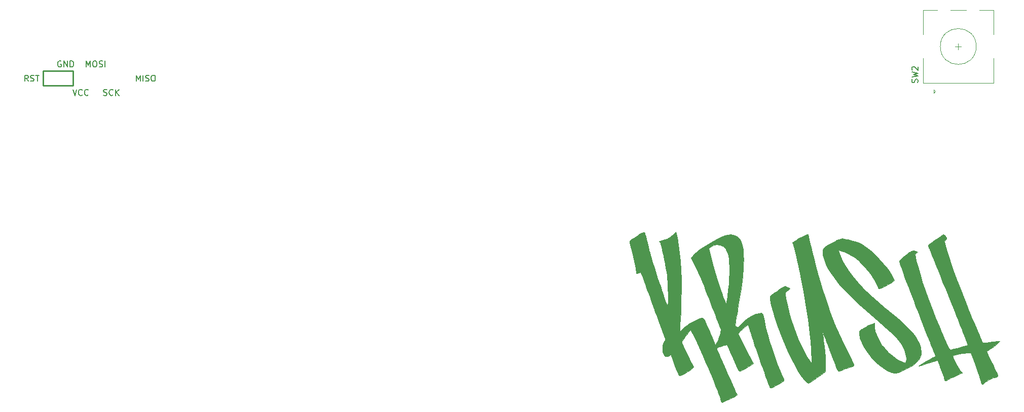
<source format=gbr>
G04 #@! TF.GenerationSoftware,KiCad,Pcbnew,(5.1.10)-1*
G04 #@! TF.CreationDate,2021-07-14T12:47:45+07:00*
G04 #@! TF.ProjectId,averange65,61766572-616e-4676-9536-352e6b696361,rev?*
G04 #@! TF.SameCoordinates,Original*
G04 #@! TF.FileFunction,Legend,Top*
G04 #@! TF.FilePolarity,Positive*
%FSLAX46Y46*%
G04 Gerber Fmt 4.6, Leading zero omitted, Abs format (unit mm)*
G04 Created by KiCad (PCBNEW (5.1.10)-1) date 2021-07-14 12:47:45*
%MOMM*%
%LPD*%
G01*
G04 APERTURE LIST*
%ADD10C,0.010000*%
%ADD11C,0.250000*%
%ADD12C,0.120000*%
%ADD13C,0.150000*%
G04 APERTURE END LIST*
D10*
G36*
X248140470Y-79877573D02*
G01*
X248362360Y-81114641D01*
X248541801Y-82421377D01*
X248679174Y-83809487D01*
X248774861Y-85290679D01*
X248829244Y-86876658D01*
X248842705Y-88579131D01*
X248815626Y-90409804D01*
X248748389Y-92380382D01*
X248641375Y-94502573D01*
X248626164Y-94763167D01*
X248571064Y-95694500D01*
X249237657Y-95059500D01*
X249527670Y-94792868D01*
X249793895Y-94576117D01*
X250076401Y-94382999D01*
X250415260Y-94187264D01*
X250850542Y-93962664D01*
X251099731Y-93839713D01*
X251554957Y-93624408D01*
X251939355Y-93457114D01*
X252229456Y-93347235D01*
X252401792Y-93304174D01*
X252430056Y-93306671D01*
X252532155Y-93392094D01*
X252665191Y-93586801D01*
X252833532Y-93899855D01*
X253041550Y-94340317D01*
X253293614Y-94917252D01*
X253594095Y-95639722D01*
X253798616Y-96144776D01*
X254003624Y-96646799D01*
X254191583Y-97091531D01*
X254352387Y-97456297D01*
X254475925Y-97718421D01*
X254552088Y-97855226D01*
X254567664Y-97869872D01*
X254636379Y-97797609D01*
X254742961Y-97597613D01*
X254873805Y-97303473D01*
X255015308Y-96948777D01*
X255153864Y-96567115D01*
X255275869Y-96192074D01*
X255343149Y-95955254D01*
X255418706Y-95651107D01*
X255447488Y-95441868D01*
X255427272Y-95259077D01*
X255355832Y-95034276D01*
X255309141Y-94908528D01*
X255240690Y-94729032D01*
X255118434Y-94411578D01*
X254950072Y-93975981D01*
X254743300Y-93442054D01*
X254505812Y-92829612D01*
X254245307Y-92158468D01*
X253969480Y-91448435D01*
X253686027Y-90719327D01*
X253402645Y-89990959D01*
X253127030Y-89283143D01*
X252866878Y-88615694D01*
X252629886Y-88008425D01*
X252473710Y-87608833D01*
X252330306Y-87258977D01*
X252130546Y-86795076D01*
X251891547Y-86255649D01*
X251630422Y-85679217D01*
X251364288Y-85104299D01*
X251301867Y-84971450D01*
X250477762Y-83223068D01*
X250783673Y-82894402D01*
X251017820Y-82656372D01*
X251274869Y-82426034D01*
X251577936Y-82186402D01*
X251950134Y-81920488D01*
X252173284Y-81771935D01*
X253432084Y-81771935D01*
X253852427Y-83399218D01*
X254201928Y-84720027D01*
X254534756Y-85908018D01*
X254861260Y-86997537D01*
X255191792Y-88022928D01*
X255536701Y-89018537D01*
X255593116Y-89175167D01*
X255812690Y-89778364D01*
X255983464Y-90238300D01*
X256112405Y-90571598D01*
X256206477Y-90794886D01*
X256272644Y-90924790D01*
X256317871Y-90977934D01*
X256346554Y-90973752D01*
X256370591Y-90881232D01*
X256411706Y-90652086D01*
X256464776Y-90317562D01*
X256524679Y-89908905D01*
X256545503Y-89760000D01*
X256687397Y-88651354D01*
X256788046Y-87662095D01*
X256850292Y-86748116D01*
X256876975Y-85865310D01*
X256870939Y-84969572D01*
X256866047Y-84784728D01*
X256835853Y-84045560D01*
X256790010Y-83447461D01*
X256723234Y-82962483D01*
X256630245Y-82562680D01*
X256505761Y-82220105D01*
X256344498Y-81906811D01*
X256311859Y-81852513D01*
X256094205Y-81573985D01*
X255830688Y-81338873D01*
X255743255Y-81282406D01*
X255302209Y-81123424D01*
X254810046Y-81094276D01*
X254316912Y-81189076D01*
X253872950Y-81401938D01*
X253719020Y-81520003D01*
X253432084Y-81771935D01*
X252173284Y-81771935D01*
X252414576Y-81611305D01*
X252994378Y-81241866D01*
X253248584Y-81082878D01*
X254123729Y-80552914D01*
X254883636Y-80128101D01*
X255542098Y-79803931D01*
X256112908Y-79575899D01*
X256609859Y-79439497D01*
X257046744Y-79390218D01*
X257437356Y-79423556D01*
X257795488Y-79535003D01*
X257874798Y-79571251D01*
X258266954Y-79822838D01*
X258588714Y-80169652D01*
X258843002Y-80621824D01*
X259032745Y-81189488D01*
X259160865Y-81882775D01*
X259230289Y-82711817D01*
X259243941Y-83686747D01*
X259229621Y-84264500D01*
X259205738Y-84830404D01*
X259174342Y-85372928D01*
X259132782Y-85913539D01*
X259078408Y-86473707D01*
X259008570Y-87074901D01*
X258920616Y-87738588D01*
X258811896Y-88486238D01*
X258679760Y-89339319D01*
X258521556Y-90319300D01*
X258365865Y-91260554D01*
X258245541Y-91983430D01*
X258134417Y-92653247D01*
X258035484Y-93251802D01*
X257951736Y-93760892D01*
X257886164Y-94162313D01*
X257841761Y-94437862D01*
X257821519Y-94569335D01*
X257820584Y-94577673D01*
X257885291Y-94690473D01*
X258029845Y-94813408D01*
X258179898Y-94886636D01*
X258208832Y-94890167D01*
X258319813Y-94831707D01*
X258508172Y-94676127D01*
X258739077Y-94453121D01*
X258816617Y-94371992D01*
X259384231Y-93836280D01*
X260011249Y-93365872D01*
X260662617Y-92981390D01*
X261303283Y-92703454D01*
X261898195Y-92552687D01*
X261912512Y-92550680D01*
X262156533Y-92529034D01*
X262297344Y-92563047D01*
X262396909Y-92671087D01*
X262415152Y-92699685D01*
X262480504Y-92861585D01*
X262562987Y-93148085D01*
X262651426Y-93516838D01*
X262725006Y-93874167D01*
X262948902Y-94912541D01*
X263243334Y-96061996D01*
X263596261Y-97285781D01*
X263995639Y-98547147D01*
X264429424Y-99809342D01*
X264885575Y-101035615D01*
X265352046Y-102189216D01*
X265733146Y-103053726D01*
X265869968Y-103354264D01*
X265948070Y-103574949D01*
X265952659Y-103744355D01*
X265868942Y-103891058D01*
X265682126Y-104043631D01*
X265377419Y-104230650D01*
X265017250Y-104436574D01*
X264520178Y-104712210D01*
X264149456Y-104898551D01*
X263891296Y-105001351D01*
X263731908Y-105026368D01*
X263670064Y-104998889D01*
X263610087Y-104883486D01*
X263502097Y-104624542D01*
X263352041Y-104239024D01*
X263165869Y-103743898D01*
X262949529Y-103156127D01*
X262708968Y-102492679D01*
X262450134Y-101770518D01*
X262178976Y-101006610D01*
X261901442Y-100217920D01*
X261623481Y-99421413D01*
X261351039Y-98634056D01*
X261090067Y-97872814D01*
X260846510Y-97154651D01*
X260626319Y-96496534D01*
X260435440Y-95915428D01*
X260279823Y-95428299D01*
X260165415Y-95052111D01*
X260103635Y-94826667D01*
X260035701Y-94608596D01*
X259967928Y-94480772D01*
X259945194Y-94466833D01*
X259858638Y-94520396D01*
X259673972Y-94666425D01*
X259417884Y-94882936D01*
X259117061Y-95147943D01*
X259101670Y-95161761D01*
X258765905Y-95470259D01*
X258544360Y-95693186D01*
X258419618Y-95851485D01*
X258374259Y-95966097D01*
X258379819Y-96029595D01*
X258429728Y-96145732D01*
X258546800Y-96393034D01*
X258721335Y-96751786D01*
X258943632Y-97202269D01*
X259203991Y-97724765D01*
X259492713Y-98299558D01*
X259640582Y-98592312D01*
X260849868Y-100982123D01*
X260407305Y-101275880D01*
X260062782Y-101494288D01*
X259688313Y-101715004D01*
X259318197Y-101919720D01*
X258986735Y-102090132D01*
X258728227Y-102207933D01*
X258576975Y-102254820D01*
X258572705Y-102254976D01*
X258452819Y-102178737D01*
X258316852Y-101968776D01*
X258263185Y-101854000D01*
X258012491Y-101272627D01*
X257753461Y-100676594D01*
X257495330Y-100086692D01*
X257247328Y-99523712D01*
X257018688Y-99008445D01*
X256818643Y-98561682D01*
X256656424Y-98204215D01*
X256541265Y-97956834D01*
X256482396Y-97840331D01*
X256478476Y-97834848D01*
X256382727Y-97836097D01*
X256168627Y-97878890D01*
X255878505Y-97951347D01*
X255554695Y-98041584D01*
X255239527Y-98137719D01*
X254975334Y-98227872D01*
X254804448Y-98300158D01*
X254788858Y-98309109D01*
X254765009Y-98336170D01*
X254759010Y-98388688D01*
X254776561Y-98480902D01*
X254823362Y-98627054D01*
X254905115Y-98841384D01*
X255027519Y-99138133D01*
X255196277Y-99531542D01*
X255417088Y-100035852D01*
X255695652Y-100665304D01*
X256037672Y-101434138D01*
X256058912Y-101481815D01*
X256328559Y-102089818D01*
X256606736Y-102721903D01*
X256875584Y-103337145D01*
X257117242Y-103894619D01*
X257313852Y-104353401D01*
X257370569Y-104487482D01*
X257553934Y-104918501D01*
X257728321Y-105320122D01*
X257876493Y-105653202D01*
X257981213Y-105878598D01*
X257998246Y-105912872D01*
X258157460Y-106225244D01*
X257907795Y-106403021D01*
X257727729Y-106510498D01*
X257436155Y-106662037D01*
X257077350Y-106835326D01*
X256786857Y-106967879D01*
X256323002Y-107174321D01*
X255991425Y-107318886D01*
X255768686Y-107406230D01*
X255631348Y-107441008D01*
X255555972Y-107427875D01*
X255519121Y-107371485D01*
X255497355Y-107276495D01*
X255487037Y-107226039D01*
X255403496Y-106917993D01*
X255263697Y-106492069D01*
X255073987Y-105962947D01*
X254840713Y-105345307D01*
X254570220Y-104653828D01*
X254268855Y-103903191D01*
X253942964Y-103108075D01*
X253598895Y-102283160D01*
X253242994Y-101443126D01*
X252881607Y-100602652D01*
X252521080Y-99776419D01*
X252167761Y-98979107D01*
X251827995Y-98225394D01*
X251508130Y-97529962D01*
X251214511Y-96907490D01*
X250953486Y-96372658D01*
X250731400Y-95940145D01*
X250554600Y-95624632D01*
X250429433Y-95440798D01*
X250373524Y-95398167D01*
X250291930Y-95463054D01*
X250137761Y-95637313D01*
X249933735Y-95890341D01*
X249702568Y-96191533D01*
X249466977Y-96510286D01*
X249249681Y-96815997D01*
X249073396Y-97078061D01*
X248960839Y-97265875D01*
X248931892Y-97340278D01*
X248966987Y-97473755D01*
X249065617Y-97730888D01*
X249215764Y-98086242D01*
X249405409Y-98514384D01*
X249622536Y-98989877D01*
X249855125Y-99487288D01*
X250091159Y-99981182D01*
X250318620Y-100446124D01*
X250525488Y-100856680D01*
X250699748Y-101187415D01*
X250829379Y-101412894D01*
X250900530Y-101506623D01*
X250886057Y-101579011D01*
X250749043Y-101713968D01*
X250516460Y-101894566D01*
X250215281Y-102103883D01*
X249872480Y-102324992D01*
X249515030Y-102540969D01*
X249169904Y-102734889D01*
X248864075Y-102889826D01*
X248624516Y-102988857D01*
X248494322Y-103016457D01*
X248425555Y-102936938D01*
X248311172Y-102707491D01*
X248156149Y-102339786D01*
X247965459Y-101845493D01*
X247787584Y-101358412D01*
X247606692Y-100856097D01*
X247442236Y-100405490D01*
X247303638Y-100031929D01*
X247200324Y-99760750D01*
X247141720Y-99617291D01*
X247134997Y-99604085D01*
X247043424Y-99560615D01*
X246867522Y-99629429D01*
X246825601Y-99653463D01*
X246502383Y-99781423D01*
X246219015Y-99772521D01*
X246029064Y-99652667D01*
X245865287Y-99366890D01*
X245762494Y-98972063D01*
X245721694Y-98517491D01*
X245743893Y-98052480D01*
X245830099Y-97626334D01*
X245980789Y-97289158D01*
X246109248Y-97083972D01*
X246154334Y-96938495D01*
X246123723Y-96774928D01*
X246050684Y-96580788D01*
X245993785Y-96429580D01*
X245885409Y-96135461D01*
X245731514Y-95714816D01*
X245538061Y-95184028D01*
X245311010Y-94559481D01*
X245056321Y-93857558D01*
X244779955Y-93094643D01*
X244487872Y-92287119D01*
X244367467Y-91953889D01*
X243903866Y-90672109D01*
X243495351Y-89546220D01*
X243140535Y-88572471D01*
X242838030Y-87747117D01*
X242586445Y-87066408D01*
X242384394Y-86526596D01*
X242230487Y-86123934D01*
X242123336Y-85854672D01*
X242061552Y-85715064D01*
X242048220Y-85693580D01*
X241956549Y-85701501D01*
X241768989Y-85762899D01*
X241695432Y-85792348D01*
X241493244Y-85869490D01*
X241372196Y-85901708D01*
X241359275Y-85899293D01*
X241342064Y-85809505D01*
X241310259Y-85589546D01*
X241269172Y-85277401D01*
X241243151Y-85068833D01*
X241155491Y-84499981D01*
X241022515Y-83824157D01*
X240856385Y-83093664D01*
X240669265Y-82360811D01*
X240473317Y-81677901D01*
X240401861Y-81450968D01*
X240293739Y-81102630D01*
X240235406Y-80831913D01*
X240241463Y-80613678D01*
X240326509Y-80422786D01*
X240505144Y-80234098D01*
X240791969Y-80022474D01*
X241201583Y-79762776D01*
X241481346Y-79592257D01*
X241948117Y-79314492D01*
X242288712Y-79125792D01*
X242516691Y-79019577D01*
X242645612Y-78989268D01*
X242683699Y-79008807D01*
X242722474Y-79121091D01*
X242795268Y-79371180D01*
X242894834Y-79732651D01*
X243013926Y-80179081D01*
X243145296Y-80684046D01*
X243175640Y-80802383D01*
X243338647Y-81437655D01*
X243477841Y-81972841D01*
X243602802Y-82441373D01*
X243723110Y-82876683D01*
X243848345Y-83312203D01*
X243988087Y-83781365D01*
X244151918Y-84317602D01*
X244349417Y-84954344D01*
X244543807Y-85576833D01*
X244717418Y-86122914D01*
X244915180Y-86729736D01*
X245129655Y-87375869D01*
X245353407Y-88039881D01*
X245578998Y-88700340D01*
X245798992Y-89335815D01*
X246005951Y-89924875D01*
X246192438Y-90446087D01*
X246351017Y-90878022D01*
X246474250Y-91199246D01*
X246554700Y-91388329D01*
X246571065Y-91418833D01*
X246594850Y-91378517D01*
X246612057Y-91176398D01*
X246622533Y-90819888D01*
X246626121Y-90316395D01*
X246622667Y-89673330D01*
X246617063Y-89217500D01*
X246603943Y-88510277D01*
X246584190Y-87884528D01*
X246554330Y-87313053D01*
X246510889Y-86768652D01*
X246450395Y-86224124D01*
X246369374Y-85652271D01*
X246264352Y-85025891D01*
X246131857Y-84317784D01*
X245968414Y-83500750D01*
X245770551Y-82547590D01*
X245757260Y-82484293D01*
X245637143Y-81913984D01*
X245545314Y-81486239D01*
X245475333Y-81177884D01*
X245420756Y-80965751D01*
X245375143Y-80826666D01*
X245332052Y-80737461D01*
X245285040Y-80674964D01*
X245241777Y-80630122D01*
X245166768Y-80529344D01*
X245234666Y-80477388D01*
X245268490Y-80467393D01*
X245782526Y-80323537D01*
X246167289Y-80207468D01*
X246457092Y-80103216D01*
X246686245Y-79994809D01*
X246889059Y-79866279D01*
X247099845Y-79701656D01*
X247322523Y-79511347D01*
X247955821Y-78961980D01*
X248140470Y-79877573D01*
G37*
X248140470Y-79877573D02*
X248362360Y-81114641D01*
X248541801Y-82421377D01*
X248679174Y-83809487D01*
X248774861Y-85290679D01*
X248829244Y-86876658D01*
X248842705Y-88579131D01*
X248815626Y-90409804D01*
X248748389Y-92380382D01*
X248641375Y-94502573D01*
X248626164Y-94763167D01*
X248571064Y-95694500D01*
X249237657Y-95059500D01*
X249527670Y-94792868D01*
X249793895Y-94576117D01*
X250076401Y-94382999D01*
X250415260Y-94187264D01*
X250850542Y-93962664D01*
X251099731Y-93839713D01*
X251554957Y-93624408D01*
X251939355Y-93457114D01*
X252229456Y-93347235D01*
X252401792Y-93304174D01*
X252430056Y-93306671D01*
X252532155Y-93392094D01*
X252665191Y-93586801D01*
X252833532Y-93899855D01*
X253041550Y-94340317D01*
X253293614Y-94917252D01*
X253594095Y-95639722D01*
X253798616Y-96144776D01*
X254003624Y-96646799D01*
X254191583Y-97091531D01*
X254352387Y-97456297D01*
X254475925Y-97718421D01*
X254552088Y-97855226D01*
X254567664Y-97869872D01*
X254636379Y-97797609D01*
X254742961Y-97597613D01*
X254873805Y-97303473D01*
X255015308Y-96948777D01*
X255153864Y-96567115D01*
X255275869Y-96192074D01*
X255343149Y-95955254D01*
X255418706Y-95651107D01*
X255447488Y-95441868D01*
X255427272Y-95259077D01*
X255355832Y-95034276D01*
X255309141Y-94908528D01*
X255240690Y-94729032D01*
X255118434Y-94411578D01*
X254950072Y-93975981D01*
X254743300Y-93442054D01*
X254505812Y-92829612D01*
X254245307Y-92158468D01*
X253969480Y-91448435D01*
X253686027Y-90719327D01*
X253402645Y-89990959D01*
X253127030Y-89283143D01*
X252866878Y-88615694D01*
X252629886Y-88008425D01*
X252473710Y-87608833D01*
X252330306Y-87258977D01*
X252130546Y-86795076D01*
X251891547Y-86255649D01*
X251630422Y-85679217D01*
X251364288Y-85104299D01*
X251301867Y-84971450D01*
X250477762Y-83223068D01*
X250783673Y-82894402D01*
X251017820Y-82656372D01*
X251274869Y-82426034D01*
X251577936Y-82186402D01*
X251950134Y-81920488D01*
X252173284Y-81771935D01*
X253432084Y-81771935D01*
X253852427Y-83399218D01*
X254201928Y-84720027D01*
X254534756Y-85908018D01*
X254861260Y-86997537D01*
X255191792Y-88022928D01*
X255536701Y-89018537D01*
X255593116Y-89175167D01*
X255812690Y-89778364D01*
X255983464Y-90238300D01*
X256112405Y-90571598D01*
X256206477Y-90794886D01*
X256272644Y-90924790D01*
X256317871Y-90977934D01*
X256346554Y-90973752D01*
X256370591Y-90881232D01*
X256411706Y-90652086D01*
X256464776Y-90317562D01*
X256524679Y-89908905D01*
X256545503Y-89760000D01*
X256687397Y-88651354D01*
X256788046Y-87662095D01*
X256850292Y-86748116D01*
X256876975Y-85865310D01*
X256870939Y-84969572D01*
X256866047Y-84784728D01*
X256835853Y-84045560D01*
X256790010Y-83447461D01*
X256723234Y-82962483D01*
X256630245Y-82562680D01*
X256505761Y-82220105D01*
X256344498Y-81906811D01*
X256311859Y-81852513D01*
X256094205Y-81573985D01*
X255830688Y-81338873D01*
X255743255Y-81282406D01*
X255302209Y-81123424D01*
X254810046Y-81094276D01*
X254316912Y-81189076D01*
X253872950Y-81401938D01*
X253719020Y-81520003D01*
X253432084Y-81771935D01*
X252173284Y-81771935D01*
X252414576Y-81611305D01*
X252994378Y-81241866D01*
X253248584Y-81082878D01*
X254123729Y-80552914D01*
X254883636Y-80128101D01*
X255542098Y-79803931D01*
X256112908Y-79575899D01*
X256609859Y-79439497D01*
X257046744Y-79390218D01*
X257437356Y-79423556D01*
X257795488Y-79535003D01*
X257874798Y-79571251D01*
X258266954Y-79822838D01*
X258588714Y-80169652D01*
X258843002Y-80621824D01*
X259032745Y-81189488D01*
X259160865Y-81882775D01*
X259230289Y-82711817D01*
X259243941Y-83686747D01*
X259229621Y-84264500D01*
X259205738Y-84830404D01*
X259174342Y-85372928D01*
X259132782Y-85913539D01*
X259078408Y-86473707D01*
X259008570Y-87074901D01*
X258920616Y-87738588D01*
X258811896Y-88486238D01*
X258679760Y-89339319D01*
X258521556Y-90319300D01*
X258365865Y-91260554D01*
X258245541Y-91983430D01*
X258134417Y-92653247D01*
X258035484Y-93251802D01*
X257951736Y-93760892D01*
X257886164Y-94162313D01*
X257841761Y-94437862D01*
X257821519Y-94569335D01*
X257820584Y-94577673D01*
X257885291Y-94690473D01*
X258029845Y-94813408D01*
X258179898Y-94886636D01*
X258208832Y-94890167D01*
X258319813Y-94831707D01*
X258508172Y-94676127D01*
X258739077Y-94453121D01*
X258816617Y-94371992D01*
X259384231Y-93836280D01*
X260011249Y-93365872D01*
X260662617Y-92981390D01*
X261303283Y-92703454D01*
X261898195Y-92552687D01*
X261912512Y-92550680D01*
X262156533Y-92529034D01*
X262297344Y-92563047D01*
X262396909Y-92671087D01*
X262415152Y-92699685D01*
X262480504Y-92861585D01*
X262562987Y-93148085D01*
X262651426Y-93516838D01*
X262725006Y-93874167D01*
X262948902Y-94912541D01*
X263243334Y-96061996D01*
X263596261Y-97285781D01*
X263995639Y-98547147D01*
X264429424Y-99809342D01*
X264885575Y-101035615D01*
X265352046Y-102189216D01*
X265733146Y-103053726D01*
X265869968Y-103354264D01*
X265948070Y-103574949D01*
X265952659Y-103744355D01*
X265868942Y-103891058D01*
X265682126Y-104043631D01*
X265377419Y-104230650D01*
X265017250Y-104436574D01*
X264520178Y-104712210D01*
X264149456Y-104898551D01*
X263891296Y-105001351D01*
X263731908Y-105026368D01*
X263670064Y-104998889D01*
X263610087Y-104883486D01*
X263502097Y-104624542D01*
X263352041Y-104239024D01*
X263165869Y-103743898D01*
X262949529Y-103156127D01*
X262708968Y-102492679D01*
X262450134Y-101770518D01*
X262178976Y-101006610D01*
X261901442Y-100217920D01*
X261623481Y-99421413D01*
X261351039Y-98634056D01*
X261090067Y-97872814D01*
X260846510Y-97154651D01*
X260626319Y-96496534D01*
X260435440Y-95915428D01*
X260279823Y-95428299D01*
X260165415Y-95052111D01*
X260103635Y-94826667D01*
X260035701Y-94608596D01*
X259967928Y-94480772D01*
X259945194Y-94466833D01*
X259858638Y-94520396D01*
X259673972Y-94666425D01*
X259417884Y-94882936D01*
X259117061Y-95147943D01*
X259101670Y-95161761D01*
X258765905Y-95470259D01*
X258544360Y-95693186D01*
X258419618Y-95851485D01*
X258374259Y-95966097D01*
X258379819Y-96029595D01*
X258429728Y-96145732D01*
X258546800Y-96393034D01*
X258721335Y-96751786D01*
X258943632Y-97202269D01*
X259203991Y-97724765D01*
X259492713Y-98299558D01*
X259640582Y-98592312D01*
X260849868Y-100982123D01*
X260407305Y-101275880D01*
X260062782Y-101494288D01*
X259688313Y-101715004D01*
X259318197Y-101919720D01*
X258986735Y-102090132D01*
X258728227Y-102207933D01*
X258576975Y-102254820D01*
X258572705Y-102254976D01*
X258452819Y-102178737D01*
X258316852Y-101968776D01*
X258263185Y-101854000D01*
X258012491Y-101272627D01*
X257753461Y-100676594D01*
X257495330Y-100086692D01*
X257247328Y-99523712D01*
X257018688Y-99008445D01*
X256818643Y-98561682D01*
X256656424Y-98204215D01*
X256541265Y-97956834D01*
X256482396Y-97840331D01*
X256478476Y-97834848D01*
X256382727Y-97836097D01*
X256168627Y-97878890D01*
X255878505Y-97951347D01*
X255554695Y-98041584D01*
X255239527Y-98137719D01*
X254975334Y-98227872D01*
X254804448Y-98300158D01*
X254788858Y-98309109D01*
X254765009Y-98336170D01*
X254759010Y-98388688D01*
X254776561Y-98480902D01*
X254823362Y-98627054D01*
X254905115Y-98841384D01*
X255027519Y-99138133D01*
X255196277Y-99531542D01*
X255417088Y-100035852D01*
X255695652Y-100665304D01*
X256037672Y-101434138D01*
X256058912Y-101481815D01*
X256328559Y-102089818D01*
X256606736Y-102721903D01*
X256875584Y-103337145D01*
X257117242Y-103894619D01*
X257313852Y-104353401D01*
X257370569Y-104487482D01*
X257553934Y-104918501D01*
X257728321Y-105320122D01*
X257876493Y-105653202D01*
X257981213Y-105878598D01*
X257998246Y-105912872D01*
X258157460Y-106225244D01*
X257907795Y-106403021D01*
X257727729Y-106510498D01*
X257436155Y-106662037D01*
X257077350Y-106835326D01*
X256786857Y-106967879D01*
X256323002Y-107174321D01*
X255991425Y-107318886D01*
X255768686Y-107406230D01*
X255631348Y-107441008D01*
X255555972Y-107427875D01*
X255519121Y-107371485D01*
X255497355Y-107276495D01*
X255487037Y-107226039D01*
X255403496Y-106917993D01*
X255263697Y-106492069D01*
X255073987Y-105962947D01*
X254840713Y-105345307D01*
X254570220Y-104653828D01*
X254268855Y-103903191D01*
X253942964Y-103108075D01*
X253598895Y-102283160D01*
X253242994Y-101443126D01*
X252881607Y-100602652D01*
X252521080Y-99776419D01*
X252167761Y-98979107D01*
X251827995Y-98225394D01*
X251508130Y-97529962D01*
X251214511Y-96907490D01*
X250953486Y-96372658D01*
X250731400Y-95940145D01*
X250554600Y-95624632D01*
X250429433Y-95440798D01*
X250373524Y-95398167D01*
X250291930Y-95463054D01*
X250137761Y-95637313D01*
X249933735Y-95890341D01*
X249702568Y-96191533D01*
X249466977Y-96510286D01*
X249249681Y-96815997D01*
X249073396Y-97078061D01*
X248960839Y-97265875D01*
X248931892Y-97340278D01*
X248966987Y-97473755D01*
X249065617Y-97730888D01*
X249215764Y-98086242D01*
X249405409Y-98514384D01*
X249622536Y-98989877D01*
X249855125Y-99487288D01*
X250091159Y-99981182D01*
X250318620Y-100446124D01*
X250525488Y-100856680D01*
X250699748Y-101187415D01*
X250829379Y-101412894D01*
X250900530Y-101506623D01*
X250886057Y-101579011D01*
X250749043Y-101713968D01*
X250516460Y-101894566D01*
X250215281Y-102103883D01*
X249872480Y-102324992D01*
X249515030Y-102540969D01*
X249169904Y-102734889D01*
X248864075Y-102889826D01*
X248624516Y-102988857D01*
X248494322Y-103016457D01*
X248425555Y-102936938D01*
X248311172Y-102707491D01*
X248156149Y-102339786D01*
X247965459Y-101845493D01*
X247787584Y-101358412D01*
X247606692Y-100856097D01*
X247442236Y-100405490D01*
X247303638Y-100031929D01*
X247200324Y-99760750D01*
X247141720Y-99617291D01*
X247134997Y-99604085D01*
X247043424Y-99560615D01*
X246867522Y-99629429D01*
X246825601Y-99653463D01*
X246502383Y-99781423D01*
X246219015Y-99772521D01*
X246029064Y-99652667D01*
X245865287Y-99366890D01*
X245762494Y-98972063D01*
X245721694Y-98517491D01*
X245743893Y-98052480D01*
X245830099Y-97626334D01*
X245980789Y-97289158D01*
X246109248Y-97083972D01*
X246154334Y-96938495D01*
X246123723Y-96774928D01*
X246050684Y-96580788D01*
X245993785Y-96429580D01*
X245885409Y-96135461D01*
X245731514Y-95714816D01*
X245538061Y-95184028D01*
X245311010Y-94559481D01*
X245056321Y-93857558D01*
X244779955Y-93094643D01*
X244487872Y-92287119D01*
X244367467Y-91953889D01*
X243903866Y-90672109D01*
X243495351Y-89546220D01*
X243140535Y-88572471D01*
X242838030Y-87747117D01*
X242586445Y-87066408D01*
X242384394Y-86526596D01*
X242230487Y-86123934D01*
X242123336Y-85854672D01*
X242061552Y-85715064D01*
X242048220Y-85693580D01*
X241956549Y-85701501D01*
X241768989Y-85762899D01*
X241695432Y-85792348D01*
X241493244Y-85869490D01*
X241372196Y-85901708D01*
X241359275Y-85899293D01*
X241342064Y-85809505D01*
X241310259Y-85589546D01*
X241269172Y-85277401D01*
X241243151Y-85068833D01*
X241155491Y-84499981D01*
X241022515Y-83824157D01*
X240856385Y-83093664D01*
X240669265Y-82360811D01*
X240473317Y-81677901D01*
X240401861Y-81450968D01*
X240293739Y-81102630D01*
X240235406Y-80831913D01*
X240241463Y-80613678D01*
X240326509Y-80422786D01*
X240505144Y-80234098D01*
X240791969Y-80022474D01*
X241201583Y-79762776D01*
X241481346Y-79592257D01*
X241948117Y-79314492D01*
X242288712Y-79125792D01*
X242516691Y-79019577D01*
X242645612Y-78989268D01*
X242683699Y-79008807D01*
X242722474Y-79121091D01*
X242795268Y-79371180D01*
X242894834Y-79732651D01*
X243013926Y-80179081D01*
X243145296Y-80684046D01*
X243175640Y-80802383D01*
X243338647Y-81437655D01*
X243477841Y-81972841D01*
X243602802Y-82441373D01*
X243723110Y-82876683D01*
X243848345Y-83312203D01*
X243988087Y-83781365D01*
X244151918Y-84317602D01*
X244349417Y-84954344D01*
X244543807Y-85576833D01*
X244717418Y-86122914D01*
X244915180Y-86729736D01*
X245129655Y-87375869D01*
X245353407Y-88039881D01*
X245578998Y-88700340D01*
X245798992Y-89335815D01*
X246005951Y-89924875D01*
X246192438Y-90446087D01*
X246351017Y-90878022D01*
X246474250Y-91199246D01*
X246554700Y-91388329D01*
X246571065Y-91418833D01*
X246594850Y-91378517D01*
X246612057Y-91176398D01*
X246622533Y-90819888D01*
X246626121Y-90316395D01*
X246622667Y-89673330D01*
X246617063Y-89217500D01*
X246603943Y-88510277D01*
X246584190Y-87884528D01*
X246554330Y-87313053D01*
X246510889Y-86768652D01*
X246450395Y-86224124D01*
X246369374Y-85652271D01*
X246264352Y-85025891D01*
X246131857Y-84317784D01*
X245968414Y-83500750D01*
X245770551Y-82547590D01*
X245757260Y-82484293D01*
X245637143Y-81913984D01*
X245545314Y-81486239D01*
X245475333Y-81177884D01*
X245420756Y-80965751D01*
X245375143Y-80826666D01*
X245332052Y-80737461D01*
X245285040Y-80674964D01*
X245241777Y-80630122D01*
X245166768Y-80529344D01*
X245234666Y-80477388D01*
X245268490Y-80467393D01*
X245782526Y-80323537D01*
X246167289Y-80207468D01*
X246457092Y-80103216D01*
X246686245Y-79994809D01*
X246889059Y-79866279D01*
X247099845Y-79701656D01*
X247322523Y-79511347D01*
X247955821Y-78961980D01*
X248140470Y-79877573D01*
G36*
X292847063Y-79580400D02*
G01*
X293072221Y-79817252D01*
X293162376Y-80000795D01*
X293125263Y-80168816D01*
X292999923Y-80327146D01*
X292773418Y-80563565D01*
X292990609Y-81355699D01*
X293236777Y-82200124D01*
X293550498Y-83186524D01*
X293927657Y-84303457D01*
X294364140Y-85539478D01*
X294855830Y-86883145D01*
X295398613Y-88323014D01*
X295988374Y-89847642D01*
X296602833Y-91400188D01*
X296812887Y-91921054D01*
X297050836Y-92503809D01*
X297308522Y-93129134D01*
X297577783Y-93777708D01*
X297850462Y-94430212D01*
X298118398Y-95067328D01*
X298373431Y-95669735D01*
X298607403Y-96218114D01*
X298812153Y-96693145D01*
X298979521Y-97075510D01*
X299101349Y-97345889D01*
X299169477Y-97484961D01*
X299178416Y-97498391D01*
X299267048Y-97498662D01*
X299492172Y-97481306D01*
X299822195Y-97449212D01*
X300225524Y-97405267D01*
X300335030Y-97392660D01*
X300782654Y-97343399D01*
X301195040Y-97303127D01*
X301529858Y-97275637D01*
X301744780Y-97264723D01*
X301762584Y-97264730D01*
X302058917Y-97268421D01*
X301635584Y-97648925D01*
X301409245Y-97837723D01*
X301111132Y-98066530D01*
X300778119Y-98309368D01*
X300447080Y-98540259D01*
X300154890Y-98733228D01*
X299938422Y-98862297D01*
X299863926Y-98897015D01*
X299874361Y-98978554D01*
X299952752Y-99191927D01*
X300090683Y-99517833D01*
X300279735Y-99936974D01*
X300511493Y-100430051D01*
X300723389Y-100867629D01*
X300983584Y-101402693D01*
X301218431Y-101893833D01*
X301417564Y-102318702D01*
X301570617Y-102654954D01*
X301667223Y-102880243D01*
X301697055Y-102966554D01*
X301681926Y-103051737D01*
X301591610Y-103131547D01*
X301399086Y-103220923D01*
X301077329Y-103334804D01*
X300963309Y-103372171D01*
X300485477Y-103547574D01*
X300104923Y-103741649D01*
X299750613Y-103991628D01*
X299693666Y-104037617D01*
X299402614Y-104270239D01*
X299213514Y-104402069D01*
X299101610Y-104444652D01*
X299042147Y-104409531D01*
X299020195Y-104351667D01*
X298921088Y-104009311D01*
X298768764Y-103531103D01*
X298570744Y-102939257D01*
X298334549Y-102255987D01*
X298067699Y-101503507D01*
X297880775Y-100986167D01*
X297218362Y-99165833D01*
X296759973Y-99175816D01*
X296499043Y-99195266D01*
X296142836Y-99240164D01*
X295730737Y-99303406D01*
X295302132Y-99377889D01*
X294896407Y-99456509D01*
X294552949Y-99532162D01*
X294311143Y-99597746D01*
X294224738Y-99633052D01*
X294190586Y-99689462D01*
X294203888Y-99804512D01*
X294272461Y-99999416D01*
X294404125Y-100295386D01*
X294606700Y-100713635D01*
X294670168Y-100841452D01*
X294890700Y-101267694D01*
X295109402Y-101661678D01*
X295305201Y-101987333D01*
X295457023Y-102208589D01*
X295495803Y-102254617D01*
X295646421Y-102425435D01*
X295727696Y-102536681D01*
X295732574Y-102556316D01*
X295648969Y-102595401D01*
X295442617Y-102682367D01*
X295148219Y-102802769D01*
X294922633Y-102893496D01*
X294547750Y-103051733D01*
X294199145Y-103213581D01*
X293929688Y-103353880D01*
X293840796Y-103408334D01*
X293427090Y-103667605D01*
X293123209Y-103806575D01*
X292921085Y-103826494D01*
X292812649Y-103728610D01*
X292787917Y-103571434D01*
X292758018Y-103440300D01*
X292676360Y-103184164D01*
X292555004Y-102834876D01*
X292406008Y-102424280D01*
X292241433Y-101984224D01*
X292073337Y-101546555D01*
X291913780Y-101143119D01*
X291774821Y-100805764D01*
X291668521Y-100566335D01*
X291609469Y-100459383D01*
X291516573Y-100466303D01*
X291289804Y-100522186D01*
X290954933Y-100619531D01*
X290537729Y-100750834D01*
X290063963Y-100908597D01*
X290050701Y-100913128D01*
X289576423Y-101072408D01*
X289158933Y-101207140D01*
X288823805Y-101309519D01*
X288596616Y-101371738D01*
X288502940Y-101385993D01*
X288502485Y-101385624D01*
X288557599Y-101331750D01*
X288737020Y-101209511D01*
X289017495Y-101033606D01*
X289375771Y-100818735D01*
X289671518Y-100646617D01*
X290197269Y-100344136D01*
X290593897Y-100114249D01*
X290878888Y-99944812D01*
X291069727Y-99823685D01*
X291183898Y-99738726D01*
X291238888Y-99677795D01*
X291252182Y-99628750D01*
X291241265Y-99579450D01*
X291235251Y-99560810D01*
X291193653Y-99450197D01*
X291096571Y-99202437D01*
X290951915Y-98837401D01*
X290767599Y-98374962D01*
X290551533Y-97834989D01*
X290311631Y-97237355D01*
X290167783Y-96879833D01*
X289862229Y-96116542D01*
X289527436Y-95272478D01*
X289182314Y-94395835D01*
X288845775Y-93534805D01*
X288536729Y-92737583D01*
X288290752Y-92096167D01*
X288011296Y-91363738D01*
X287698065Y-90545453D01*
X287371836Y-89695418D01*
X287053389Y-88867739D01*
X286763500Y-88116522D01*
X286632532Y-87778167D01*
X286236658Y-86746561D01*
X285908632Y-85869464D01*
X285648263Y-85146319D01*
X285455360Y-84576572D01*
X285329734Y-84159668D01*
X285271192Y-83895051D01*
X285268535Y-83807036D01*
X285343101Y-83698525D01*
X285524924Y-83515054D01*
X285784184Y-83281074D01*
X286091059Y-83021041D01*
X286415729Y-82759408D01*
X286728373Y-82520627D01*
X286999169Y-82329154D01*
X287198296Y-82209441D01*
X287238606Y-82191552D01*
X287663781Y-82109830D01*
X288067453Y-82196011D01*
X288086896Y-82204651D01*
X288304510Y-82303803D01*
X288078195Y-82540025D01*
X287851879Y-82776247D01*
X288087246Y-83774373D01*
X288357999Y-84828437D01*
X288702369Y-86012725D01*
X289113684Y-87308371D01*
X289585274Y-88696511D01*
X290110467Y-90158279D01*
X290682593Y-91674809D01*
X291294981Y-93227236D01*
X291940959Y-94796694D01*
X292206255Y-95422667D01*
X292552148Y-96230100D01*
X292839315Y-96894723D01*
X293074477Y-97429901D01*
X293264357Y-97848998D01*
X293415676Y-98165379D01*
X293535158Y-98392407D01*
X293629523Y-98543448D01*
X293705494Y-98631865D01*
X293769792Y-98671023D01*
X293829141Y-98674286D01*
X293840573Y-98671912D01*
X294077449Y-98613314D01*
X294408952Y-98529113D01*
X294803541Y-98427565D01*
X295229674Y-98316928D01*
X295655811Y-98205457D01*
X296050411Y-98101411D01*
X296381931Y-98013044D01*
X296618833Y-97948616D01*
X296729574Y-97916381D01*
X296733808Y-97914523D01*
X296711034Y-97833704D01*
X296635682Y-97627486D01*
X296519550Y-97327088D01*
X296374750Y-96964500D01*
X296263422Y-96687843D01*
X296098315Y-96275184D01*
X295887966Y-95747973D01*
X295640915Y-95127656D01*
X295365699Y-94435682D01*
X295070856Y-93693499D01*
X294764925Y-92922556D01*
X294571561Y-92434833D01*
X294207600Y-91519940D01*
X293801392Y-90504847D01*
X293370339Y-89432658D01*
X292931843Y-88346480D01*
X292503304Y-87289418D01*
X292102124Y-86304579D01*
X291751782Y-85449833D01*
X291451609Y-84718381D01*
X291166748Y-84020347D01*
X290904768Y-83374569D01*
X290673244Y-82799882D01*
X290479745Y-82315120D01*
X290331844Y-81939120D01*
X290237114Y-81690716D01*
X290210984Y-81617023D01*
X290063883Y-81170880D01*
X290261733Y-81001083D01*
X290400569Y-80895357D01*
X290650570Y-80717765D01*
X290981368Y-80489404D01*
X291362592Y-80231371D01*
X291548122Y-80107460D01*
X292636661Y-79383633D01*
X292847063Y-79580400D01*
G37*
X292847063Y-79580400D02*
X293072221Y-79817252D01*
X293162376Y-80000795D01*
X293125263Y-80168816D01*
X292999923Y-80327146D01*
X292773418Y-80563565D01*
X292990609Y-81355699D01*
X293236777Y-82200124D01*
X293550498Y-83186524D01*
X293927657Y-84303457D01*
X294364140Y-85539478D01*
X294855830Y-86883145D01*
X295398613Y-88323014D01*
X295988374Y-89847642D01*
X296602833Y-91400188D01*
X296812887Y-91921054D01*
X297050836Y-92503809D01*
X297308522Y-93129134D01*
X297577783Y-93777708D01*
X297850462Y-94430212D01*
X298118398Y-95067328D01*
X298373431Y-95669735D01*
X298607403Y-96218114D01*
X298812153Y-96693145D01*
X298979521Y-97075510D01*
X299101349Y-97345889D01*
X299169477Y-97484961D01*
X299178416Y-97498391D01*
X299267048Y-97498662D01*
X299492172Y-97481306D01*
X299822195Y-97449212D01*
X300225524Y-97405267D01*
X300335030Y-97392660D01*
X300782654Y-97343399D01*
X301195040Y-97303127D01*
X301529858Y-97275637D01*
X301744780Y-97264723D01*
X301762584Y-97264730D01*
X302058917Y-97268421D01*
X301635584Y-97648925D01*
X301409245Y-97837723D01*
X301111132Y-98066530D01*
X300778119Y-98309368D01*
X300447080Y-98540259D01*
X300154890Y-98733228D01*
X299938422Y-98862297D01*
X299863926Y-98897015D01*
X299874361Y-98978554D01*
X299952752Y-99191927D01*
X300090683Y-99517833D01*
X300279735Y-99936974D01*
X300511493Y-100430051D01*
X300723389Y-100867629D01*
X300983584Y-101402693D01*
X301218431Y-101893833D01*
X301417564Y-102318702D01*
X301570617Y-102654954D01*
X301667223Y-102880243D01*
X301697055Y-102966554D01*
X301681926Y-103051737D01*
X301591610Y-103131547D01*
X301399086Y-103220923D01*
X301077329Y-103334804D01*
X300963309Y-103372171D01*
X300485477Y-103547574D01*
X300104923Y-103741649D01*
X299750613Y-103991628D01*
X299693666Y-104037617D01*
X299402614Y-104270239D01*
X299213514Y-104402069D01*
X299101610Y-104444652D01*
X299042147Y-104409531D01*
X299020195Y-104351667D01*
X298921088Y-104009311D01*
X298768764Y-103531103D01*
X298570744Y-102939257D01*
X298334549Y-102255987D01*
X298067699Y-101503507D01*
X297880775Y-100986167D01*
X297218362Y-99165833D01*
X296759973Y-99175816D01*
X296499043Y-99195266D01*
X296142836Y-99240164D01*
X295730737Y-99303406D01*
X295302132Y-99377889D01*
X294896407Y-99456509D01*
X294552949Y-99532162D01*
X294311143Y-99597746D01*
X294224738Y-99633052D01*
X294190586Y-99689462D01*
X294203888Y-99804512D01*
X294272461Y-99999416D01*
X294404125Y-100295386D01*
X294606700Y-100713635D01*
X294670168Y-100841452D01*
X294890700Y-101267694D01*
X295109402Y-101661678D01*
X295305201Y-101987333D01*
X295457023Y-102208589D01*
X295495803Y-102254617D01*
X295646421Y-102425435D01*
X295727696Y-102536681D01*
X295732574Y-102556316D01*
X295648969Y-102595401D01*
X295442617Y-102682367D01*
X295148219Y-102802769D01*
X294922633Y-102893496D01*
X294547750Y-103051733D01*
X294199145Y-103213581D01*
X293929688Y-103353880D01*
X293840796Y-103408334D01*
X293427090Y-103667605D01*
X293123209Y-103806575D01*
X292921085Y-103826494D01*
X292812649Y-103728610D01*
X292787917Y-103571434D01*
X292758018Y-103440300D01*
X292676360Y-103184164D01*
X292555004Y-102834876D01*
X292406008Y-102424280D01*
X292241433Y-101984224D01*
X292073337Y-101546555D01*
X291913780Y-101143119D01*
X291774821Y-100805764D01*
X291668521Y-100566335D01*
X291609469Y-100459383D01*
X291516573Y-100466303D01*
X291289804Y-100522186D01*
X290954933Y-100619531D01*
X290537729Y-100750834D01*
X290063963Y-100908597D01*
X290050701Y-100913128D01*
X289576423Y-101072408D01*
X289158933Y-101207140D01*
X288823805Y-101309519D01*
X288596616Y-101371738D01*
X288502940Y-101385993D01*
X288502485Y-101385624D01*
X288557599Y-101331750D01*
X288737020Y-101209511D01*
X289017495Y-101033606D01*
X289375771Y-100818735D01*
X289671518Y-100646617D01*
X290197269Y-100344136D01*
X290593897Y-100114249D01*
X290878888Y-99944812D01*
X291069727Y-99823685D01*
X291183898Y-99738726D01*
X291238888Y-99677795D01*
X291252182Y-99628750D01*
X291241265Y-99579450D01*
X291235251Y-99560810D01*
X291193653Y-99450197D01*
X291096571Y-99202437D01*
X290951915Y-98837401D01*
X290767599Y-98374962D01*
X290551533Y-97834989D01*
X290311631Y-97237355D01*
X290167783Y-96879833D01*
X289862229Y-96116542D01*
X289527436Y-95272478D01*
X289182314Y-94395835D01*
X288845775Y-93534805D01*
X288536729Y-92737583D01*
X288290752Y-92096167D01*
X288011296Y-91363738D01*
X287698065Y-90545453D01*
X287371836Y-89695418D01*
X287053389Y-88867739D01*
X286763500Y-88116522D01*
X286632532Y-87778167D01*
X286236658Y-86746561D01*
X285908632Y-85869464D01*
X285648263Y-85146319D01*
X285455360Y-84576572D01*
X285329734Y-84159668D01*
X285271192Y-83895051D01*
X285268535Y-83807036D01*
X285343101Y-83698525D01*
X285524924Y-83515054D01*
X285784184Y-83281074D01*
X286091059Y-83021041D01*
X286415729Y-82759408D01*
X286728373Y-82520627D01*
X286999169Y-82329154D01*
X287198296Y-82209441D01*
X287238606Y-82191552D01*
X287663781Y-82109830D01*
X288067453Y-82196011D01*
X288086896Y-82204651D01*
X288304510Y-82303803D01*
X288078195Y-82540025D01*
X287851879Y-82776247D01*
X288087246Y-83774373D01*
X288357999Y-84828437D01*
X288702369Y-86012725D01*
X289113684Y-87308371D01*
X289585274Y-88696511D01*
X290110467Y-90158279D01*
X290682593Y-91674809D01*
X291294981Y-93227236D01*
X291940959Y-94796694D01*
X292206255Y-95422667D01*
X292552148Y-96230100D01*
X292839315Y-96894723D01*
X293074477Y-97429901D01*
X293264357Y-97848998D01*
X293415676Y-98165379D01*
X293535158Y-98392407D01*
X293629523Y-98543448D01*
X293705494Y-98631865D01*
X293769792Y-98671023D01*
X293829141Y-98674286D01*
X293840573Y-98671912D01*
X294077449Y-98613314D01*
X294408952Y-98529113D01*
X294803541Y-98427565D01*
X295229674Y-98316928D01*
X295655811Y-98205457D01*
X296050411Y-98101411D01*
X296381931Y-98013044D01*
X296618833Y-97948616D01*
X296729574Y-97916381D01*
X296733808Y-97914523D01*
X296711034Y-97833704D01*
X296635682Y-97627486D01*
X296519550Y-97327088D01*
X296374750Y-96964500D01*
X296263422Y-96687843D01*
X296098315Y-96275184D01*
X295887966Y-95747973D01*
X295640915Y-95127656D01*
X295365699Y-94435682D01*
X295070856Y-93693499D01*
X294764925Y-92922556D01*
X294571561Y-92434833D01*
X294207600Y-91519940D01*
X293801392Y-90504847D01*
X293370339Y-89432658D01*
X292931843Y-88346480D01*
X292503304Y-87289418D01*
X292102124Y-86304579D01*
X291751782Y-85449833D01*
X291451609Y-84718381D01*
X291166748Y-84020347D01*
X290904768Y-83374569D01*
X290673244Y-82799882D01*
X290479745Y-82315120D01*
X290331844Y-81939120D01*
X290237114Y-81690716D01*
X290210984Y-81617023D01*
X290063883Y-81170880D01*
X290261733Y-81001083D01*
X290400569Y-80895357D01*
X290650570Y-80717765D01*
X290981368Y-80489404D01*
X291362592Y-80231371D01*
X291548122Y-80107460D01*
X292636661Y-79383633D01*
X292847063Y-79580400D01*
G36*
X270010245Y-79352388D02*
G01*
X270056224Y-79452697D01*
X270105632Y-79669206D01*
X270138028Y-79881881D01*
X270191628Y-80202555D01*
X270288562Y-80665251D01*
X270423496Y-81249803D01*
X270591094Y-81936044D01*
X270786023Y-82703807D01*
X271002947Y-83532926D01*
X271236533Y-84403235D01*
X271481446Y-85294566D01*
X271732352Y-86186754D01*
X271983917Y-87059631D01*
X272230805Y-87893031D01*
X272428300Y-88540167D01*
X272868279Y-89931642D01*
X273287133Y-91192383D01*
X273698762Y-92357328D01*
X274117070Y-93461413D01*
X274555959Y-94539576D01*
X275029329Y-95626753D01*
X275551085Y-96757882D01*
X276135126Y-97967900D01*
X276364073Y-98431090D01*
X276731428Y-99176514D01*
X277045540Y-99826614D01*
X277301914Y-100371539D01*
X277496053Y-100801441D01*
X277623463Y-101106471D01*
X277679646Y-101276780D01*
X277678145Y-101309756D01*
X277578021Y-101352856D01*
X277352039Y-101440068D01*
X277033991Y-101559071D01*
X276657673Y-101697543D01*
X276256878Y-101843163D01*
X275865400Y-101983609D01*
X275517032Y-102106561D01*
X275245569Y-102199696D01*
X275162046Y-102227140D01*
X275108963Y-102235324D01*
X275055095Y-102216101D01*
X274994696Y-102156405D01*
X274922021Y-102043168D01*
X274831324Y-101863326D01*
X274716860Y-101603812D01*
X274572883Y-101251560D01*
X274393646Y-100793504D01*
X274173406Y-100216578D01*
X273906415Y-99507715D01*
X273586928Y-98653849D01*
X273565439Y-98596316D01*
X273312827Y-97922138D01*
X273078670Y-97301457D01*
X272869518Y-96751309D01*
X272691917Y-96288729D01*
X272552415Y-95930752D01*
X272457560Y-95694414D01*
X272413898Y-95596751D01*
X272411988Y-95595207D01*
X272415325Y-95682467D01*
X272438907Y-95910854D01*
X272479582Y-96253782D01*
X272534197Y-96684669D01*
X272599499Y-97176195D01*
X272712392Y-98072540D01*
X272804932Y-98939114D01*
X272875341Y-99750734D01*
X272921840Y-100482216D01*
X272942651Y-101108376D01*
X272935996Y-101604031D01*
X272924068Y-101772632D01*
X272868720Y-102347431D01*
X271863496Y-103084965D01*
X271468108Y-103370467D01*
X271083937Y-103639738D01*
X270748972Y-103866685D01*
X270501202Y-104025219D01*
X270454006Y-104053009D01*
X270218152Y-104182362D01*
X270069730Y-104233808D01*
X269949660Y-104214340D01*
X269798863Y-104130951D01*
X269798326Y-104130624D01*
X269561111Y-103955430D01*
X269318234Y-103707643D01*
X269053456Y-103366471D01*
X268750539Y-102911123D01*
X268418765Y-102364242D01*
X267479572Y-100653844D01*
X266579762Y-98780998D01*
X265720422Y-96748203D01*
X264902640Y-94557957D01*
X264472710Y-93292419D01*
X264160688Y-92302587D01*
X263924763Y-91463587D01*
X263764842Y-90775029D01*
X263680829Y-90236522D01*
X263666817Y-89979500D01*
X263674844Y-89767702D01*
X263720584Y-89626115D01*
X263837702Y-89506629D01*
X264059862Y-89361133D01*
X264128814Y-89319260D01*
X264409559Y-89139394D01*
X264764018Y-88898270D01*
X265131456Y-88637572D01*
X265269887Y-88536093D01*
X265573514Y-88321639D01*
X265839716Y-88152981D01*
X266031758Y-88052411D01*
X266097225Y-88034026D01*
X266265380Y-88068274D01*
X266491031Y-88151039D01*
X266719338Y-88256931D01*
X266895461Y-88360557D01*
X266964584Y-88435625D01*
X266901973Y-88522210D01*
X266740174Y-88669978D01*
X266576461Y-88799503D01*
X266188338Y-89090312D01*
X266243556Y-89556072D01*
X266388210Y-90480803D01*
X266611569Y-91517094D01*
X266902959Y-92632681D01*
X267251701Y-93795304D01*
X267647121Y-94972699D01*
X268078541Y-96132605D01*
X268535286Y-97242760D01*
X269006679Y-98270901D01*
X269350435Y-98944647D01*
X269575534Y-99352102D01*
X269812403Y-99760707D01*
X270044324Y-100143867D01*
X270254581Y-100474985D01*
X270426458Y-100727466D01*
X270543240Y-100874714D01*
X270580380Y-100901500D01*
X270598926Y-100821283D01*
X270606259Y-100597528D01*
X270603503Y-100255583D01*
X270591784Y-99820792D01*
X270572228Y-99318502D01*
X270545959Y-98774059D01*
X270514104Y-98212809D01*
X270477787Y-97660098D01*
X270438134Y-97141272D01*
X270396270Y-96681677D01*
X270390540Y-96625833D01*
X270218491Y-95093916D01*
X270023737Y-93594854D01*
X269800108Y-92089398D01*
X269541436Y-90538299D01*
X269241550Y-88902311D01*
X268918947Y-87263762D01*
X268637982Y-85889092D01*
X268385340Y-84679836D01*
X268161070Y-83636202D01*
X267965219Y-82758401D01*
X267797837Y-82046643D01*
X267658970Y-81501139D01*
X267548667Y-81122098D01*
X267466977Y-80909732D01*
X267465157Y-80906289D01*
X267441440Y-80797260D01*
X267512478Y-80681783D01*
X267702531Y-80524082D01*
X267745808Y-80492394D01*
X267965429Y-80349202D01*
X268267237Y-80173769D01*
X268619091Y-79982277D01*
X268988846Y-79790908D01*
X269344361Y-79615844D01*
X269653490Y-79473267D01*
X269884092Y-79379360D01*
X270004024Y-79350303D01*
X270010245Y-79352388D01*
G37*
X270010245Y-79352388D02*
X270056224Y-79452697D01*
X270105632Y-79669206D01*
X270138028Y-79881881D01*
X270191628Y-80202555D01*
X270288562Y-80665251D01*
X270423496Y-81249803D01*
X270591094Y-81936044D01*
X270786023Y-82703807D01*
X271002947Y-83532926D01*
X271236533Y-84403235D01*
X271481446Y-85294566D01*
X271732352Y-86186754D01*
X271983917Y-87059631D01*
X272230805Y-87893031D01*
X272428300Y-88540167D01*
X272868279Y-89931642D01*
X273287133Y-91192383D01*
X273698762Y-92357328D01*
X274117070Y-93461413D01*
X274555959Y-94539576D01*
X275029329Y-95626753D01*
X275551085Y-96757882D01*
X276135126Y-97967900D01*
X276364073Y-98431090D01*
X276731428Y-99176514D01*
X277045540Y-99826614D01*
X277301914Y-100371539D01*
X277496053Y-100801441D01*
X277623463Y-101106471D01*
X277679646Y-101276780D01*
X277678145Y-101309756D01*
X277578021Y-101352856D01*
X277352039Y-101440068D01*
X277033991Y-101559071D01*
X276657673Y-101697543D01*
X276256878Y-101843163D01*
X275865400Y-101983609D01*
X275517032Y-102106561D01*
X275245569Y-102199696D01*
X275162046Y-102227140D01*
X275108963Y-102235324D01*
X275055095Y-102216101D01*
X274994696Y-102156405D01*
X274922021Y-102043168D01*
X274831324Y-101863326D01*
X274716860Y-101603812D01*
X274572883Y-101251560D01*
X274393646Y-100793504D01*
X274173406Y-100216578D01*
X273906415Y-99507715D01*
X273586928Y-98653849D01*
X273565439Y-98596316D01*
X273312827Y-97922138D01*
X273078670Y-97301457D01*
X272869518Y-96751309D01*
X272691917Y-96288729D01*
X272552415Y-95930752D01*
X272457560Y-95694414D01*
X272413898Y-95596751D01*
X272411988Y-95595207D01*
X272415325Y-95682467D01*
X272438907Y-95910854D01*
X272479582Y-96253782D01*
X272534197Y-96684669D01*
X272599499Y-97176195D01*
X272712392Y-98072540D01*
X272804932Y-98939114D01*
X272875341Y-99750734D01*
X272921840Y-100482216D01*
X272942651Y-101108376D01*
X272935996Y-101604031D01*
X272924068Y-101772632D01*
X272868720Y-102347431D01*
X271863496Y-103084965D01*
X271468108Y-103370467D01*
X271083937Y-103639738D01*
X270748972Y-103866685D01*
X270501202Y-104025219D01*
X270454006Y-104053009D01*
X270218152Y-104182362D01*
X270069730Y-104233808D01*
X269949660Y-104214340D01*
X269798863Y-104130951D01*
X269798326Y-104130624D01*
X269561111Y-103955430D01*
X269318234Y-103707643D01*
X269053456Y-103366471D01*
X268750539Y-102911123D01*
X268418765Y-102364242D01*
X267479572Y-100653844D01*
X266579762Y-98780998D01*
X265720422Y-96748203D01*
X264902640Y-94557957D01*
X264472710Y-93292419D01*
X264160688Y-92302587D01*
X263924763Y-91463587D01*
X263764842Y-90775029D01*
X263680829Y-90236522D01*
X263666817Y-89979500D01*
X263674844Y-89767702D01*
X263720584Y-89626115D01*
X263837702Y-89506629D01*
X264059862Y-89361133D01*
X264128814Y-89319260D01*
X264409559Y-89139394D01*
X264764018Y-88898270D01*
X265131456Y-88637572D01*
X265269887Y-88536093D01*
X265573514Y-88321639D01*
X265839716Y-88152981D01*
X266031758Y-88052411D01*
X266097225Y-88034026D01*
X266265380Y-88068274D01*
X266491031Y-88151039D01*
X266719338Y-88256931D01*
X266895461Y-88360557D01*
X266964584Y-88435625D01*
X266901973Y-88522210D01*
X266740174Y-88669978D01*
X266576461Y-88799503D01*
X266188338Y-89090312D01*
X266243556Y-89556072D01*
X266388210Y-90480803D01*
X266611569Y-91517094D01*
X266902959Y-92632681D01*
X267251701Y-93795304D01*
X267647121Y-94972699D01*
X268078541Y-96132605D01*
X268535286Y-97242760D01*
X269006679Y-98270901D01*
X269350435Y-98944647D01*
X269575534Y-99352102D01*
X269812403Y-99760707D01*
X270044324Y-100143867D01*
X270254581Y-100474985D01*
X270426458Y-100727466D01*
X270543240Y-100874714D01*
X270580380Y-100901500D01*
X270598926Y-100821283D01*
X270606259Y-100597528D01*
X270603503Y-100255583D01*
X270591784Y-99820792D01*
X270572228Y-99318502D01*
X270545959Y-98774059D01*
X270514104Y-98212809D01*
X270477787Y-97660098D01*
X270438134Y-97141272D01*
X270396270Y-96681677D01*
X270390540Y-96625833D01*
X270218491Y-95093916D01*
X270023737Y-93594854D01*
X269800108Y-92089398D01*
X269541436Y-90538299D01*
X269241550Y-88902311D01*
X268918947Y-87263762D01*
X268637982Y-85889092D01*
X268385340Y-84679836D01*
X268161070Y-83636202D01*
X267965219Y-82758401D01*
X267797837Y-82046643D01*
X267658970Y-81501139D01*
X267548667Y-81122098D01*
X267466977Y-80909732D01*
X267465157Y-80906289D01*
X267441440Y-80797260D01*
X267512478Y-80681783D01*
X267702531Y-80524082D01*
X267745808Y-80492394D01*
X267965429Y-80349202D01*
X268267237Y-80173769D01*
X268619091Y-79982277D01*
X268988846Y-79790908D01*
X269344361Y-79615844D01*
X269653490Y-79473267D01*
X269884092Y-79379360D01*
X270004024Y-79350303D01*
X270010245Y-79352388D01*
G36*
X276054592Y-80122303D02*
G01*
X276490748Y-80200519D01*
X276726632Y-80248006D01*
X277498512Y-80429872D01*
X278184444Y-80650817D01*
X278814015Y-80928060D01*
X279416811Y-81278821D01*
X280022421Y-81720317D01*
X280660432Y-82269768D01*
X281360432Y-82944394D01*
X281361271Y-82945235D01*
X282157073Y-83772474D01*
X282820715Y-84527612D01*
X283364730Y-85226509D01*
X283801653Y-85885028D01*
X284076334Y-86381167D01*
X284418134Y-87058500D01*
X284146579Y-87285888D01*
X283961751Y-87415259D01*
X283676801Y-87585418D01*
X283327067Y-87778395D01*
X282947885Y-87976217D01*
X282574592Y-88160914D01*
X282242526Y-88314512D01*
X281987022Y-88419042D01*
X281844750Y-88456553D01*
X281719081Y-88386607D01*
X281696584Y-88296506D01*
X281639349Y-88012019D01*
X281477167Y-87628377D01*
X281224323Y-87166668D01*
X280895102Y-86647978D01*
X280503788Y-86093393D01*
X280064665Y-85523999D01*
X279592018Y-84960882D01*
X279100131Y-84425130D01*
X279014118Y-84336756D01*
X278459848Y-83795484D01*
X277964160Y-83365990D01*
X277490283Y-83020118D01*
X277001443Y-82729714D01*
X276743584Y-82598294D01*
X276371773Y-82428441D01*
X275994889Y-82274925D01*
X275647392Y-82149627D01*
X275363739Y-82064427D01*
X275178391Y-82031205D01*
X275128419Y-82041442D01*
X275131815Y-82142449D01*
X275193103Y-82363155D01*
X275299760Y-82669259D01*
X275439264Y-83026462D01*
X275599092Y-83400465D01*
X275719536Y-83660506D01*
X276193814Y-84528006D01*
X276817334Y-85470151D01*
X277588468Y-86484699D01*
X278505586Y-87569409D01*
X278799143Y-87897351D01*
X279186555Y-88312468D01*
X279612622Y-88743161D01*
X280092404Y-89203139D01*
X280640959Y-89706112D01*
X281273346Y-90265787D01*
X282004624Y-90895875D01*
X282849852Y-91610084D01*
X283190724Y-91895269D01*
X284101361Y-92659641D01*
X284889806Y-93331966D01*
X285567557Y-93924119D01*
X286146114Y-94447980D01*
X286636975Y-94915425D01*
X287051638Y-95338334D01*
X287401604Y-95728582D01*
X287698369Y-96098048D01*
X287953433Y-96458610D01*
X288178295Y-96822145D01*
X288384453Y-97200530D01*
X288447817Y-97325619D01*
X288632234Y-97708306D01*
X288751020Y-98002010D01*
X288821038Y-98265630D01*
X288859154Y-98558063D01*
X288876480Y-98822741D01*
X288876576Y-99312923D01*
X288806360Y-99716050D01*
X288646625Y-100079867D01*
X288378158Y-100452116D01*
X288095428Y-100763967D01*
X287900801Y-100953376D01*
X287691050Y-101124185D01*
X287436808Y-101294901D01*
X287108707Y-101484029D01*
X286677379Y-101710075D01*
X286270363Y-101914035D01*
X285741502Y-102172622D01*
X285332871Y-102360196D01*
X285014815Y-102484544D01*
X284757682Y-102553452D01*
X284531818Y-102574706D01*
X284307572Y-102556094D01*
X284055290Y-102505402D01*
X284035717Y-102500831D01*
X283570664Y-102336196D01*
X283036507Y-102053811D01*
X282461675Y-101674349D01*
X281874599Y-101218482D01*
X281303706Y-100706883D01*
X280777427Y-100160227D01*
X280708061Y-100081073D01*
X279982641Y-99176177D01*
X279403553Y-98308676D01*
X278973539Y-97484048D01*
X278695341Y-96707772D01*
X278571700Y-95985327D01*
X278565168Y-95799282D01*
X278576018Y-95621808D01*
X278631759Y-95490194D01*
X278764653Y-95362557D01*
X279006963Y-95197012D01*
X279050750Y-95168877D01*
X279319926Y-95010165D01*
X279659529Y-94829478D01*
X280031908Y-94644498D01*
X280399411Y-94472906D01*
X280724388Y-94332385D01*
X280969187Y-94240615D01*
X281083751Y-94214144D01*
X281150310Y-94270771D01*
X281150903Y-94457746D01*
X281140753Y-94530333D01*
X281134412Y-94981065D01*
X281230973Y-95523652D01*
X281418293Y-96125696D01*
X281684229Y-96754802D01*
X282016638Y-97378572D01*
X282403377Y-97964609D01*
X282452763Y-98030732D01*
X282940486Y-98608336D01*
X283522169Y-99192022D01*
X284139018Y-99726367D01*
X284651381Y-100103238D01*
X285028805Y-100336293D01*
X285407907Y-100539509D01*
X285757430Y-100699411D01*
X286046115Y-100802525D01*
X286242705Y-100835377D01*
X286303704Y-100815505D01*
X286377368Y-100649499D01*
X286415055Y-100367282D01*
X286416450Y-100018182D01*
X286381240Y-99651522D01*
X286313176Y-99330407D01*
X286107582Y-98761101D01*
X285819026Y-98148400D01*
X285484418Y-97568514D01*
X285392821Y-97430167D01*
X285153039Y-97113963D01*
X284824170Y-96738569D01*
X284399399Y-96297467D01*
X283871912Y-95784139D01*
X283234895Y-95192069D01*
X282481533Y-94514738D01*
X281605011Y-93745630D01*
X280934584Y-93166401D01*
X279605608Y-92007537D01*
X278412595Y-90932245D01*
X277356789Y-89941744D01*
X276439434Y-89037251D01*
X275661773Y-88219983D01*
X275025051Y-87491158D01*
X274650331Y-87016167D01*
X273988811Y-86075917D01*
X273440867Y-85181910D01*
X273010558Y-84343758D01*
X272701939Y-83571073D01*
X272519068Y-82873465D01*
X272466000Y-82260547D01*
X272500813Y-81923397D01*
X272528437Y-81819451D01*
X272579715Y-81722301D01*
X272671951Y-81619807D01*
X272822447Y-81499827D01*
X273048502Y-81350219D01*
X273367421Y-81158842D01*
X273796504Y-80913555D01*
X274353053Y-80602215D01*
X274499906Y-80520545D01*
X274875615Y-80317508D01*
X275174463Y-80181609D01*
X275440925Y-80107404D01*
X275719476Y-80089450D01*
X276054592Y-80122303D01*
G37*
X276054592Y-80122303D02*
X276490748Y-80200519D01*
X276726632Y-80248006D01*
X277498512Y-80429872D01*
X278184444Y-80650817D01*
X278814015Y-80928060D01*
X279416811Y-81278821D01*
X280022421Y-81720317D01*
X280660432Y-82269768D01*
X281360432Y-82944394D01*
X281361271Y-82945235D01*
X282157073Y-83772474D01*
X282820715Y-84527612D01*
X283364730Y-85226509D01*
X283801653Y-85885028D01*
X284076334Y-86381167D01*
X284418134Y-87058500D01*
X284146579Y-87285888D01*
X283961751Y-87415259D01*
X283676801Y-87585418D01*
X283327067Y-87778395D01*
X282947885Y-87976217D01*
X282574592Y-88160914D01*
X282242526Y-88314512D01*
X281987022Y-88419042D01*
X281844750Y-88456553D01*
X281719081Y-88386607D01*
X281696584Y-88296506D01*
X281639349Y-88012019D01*
X281477167Y-87628377D01*
X281224323Y-87166668D01*
X280895102Y-86647978D01*
X280503788Y-86093393D01*
X280064665Y-85523999D01*
X279592018Y-84960882D01*
X279100131Y-84425130D01*
X279014118Y-84336756D01*
X278459848Y-83795484D01*
X277964160Y-83365990D01*
X277490283Y-83020118D01*
X277001443Y-82729714D01*
X276743584Y-82598294D01*
X276371773Y-82428441D01*
X275994889Y-82274925D01*
X275647392Y-82149627D01*
X275363739Y-82064427D01*
X275178391Y-82031205D01*
X275128419Y-82041442D01*
X275131815Y-82142449D01*
X275193103Y-82363155D01*
X275299760Y-82669259D01*
X275439264Y-83026462D01*
X275599092Y-83400465D01*
X275719536Y-83660506D01*
X276193814Y-84528006D01*
X276817334Y-85470151D01*
X277588468Y-86484699D01*
X278505586Y-87569409D01*
X278799143Y-87897351D01*
X279186555Y-88312468D01*
X279612622Y-88743161D01*
X280092404Y-89203139D01*
X280640959Y-89706112D01*
X281273346Y-90265787D01*
X282004624Y-90895875D01*
X282849852Y-91610084D01*
X283190724Y-91895269D01*
X284101361Y-92659641D01*
X284889806Y-93331966D01*
X285567557Y-93924119D01*
X286146114Y-94447980D01*
X286636975Y-94915425D01*
X287051638Y-95338334D01*
X287401604Y-95728582D01*
X287698369Y-96098048D01*
X287953433Y-96458610D01*
X288178295Y-96822145D01*
X288384453Y-97200530D01*
X288447817Y-97325619D01*
X288632234Y-97708306D01*
X288751020Y-98002010D01*
X288821038Y-98265630D01*
X288859154Y-98558063D01*
X288876480Y-98822741D01*
X288876576Y-99312923D01*
X288806360Y-99716050D01*
X288646625Y-100079867D01*
X288378158Y-100452116D01*
X288095428Y-100763967D01*
X287900801Y-100953376D01*
X287691050Y-101124185D01*
X287436808Y-101294901D01*
X287108707Y-101484029D01*
X286677379Y-101710075D01*
X286270363Y-101914035D01*
X285741502Y-102172622D01*
X285332871Y-102360196D01*
X285014815Y-102484544D01*
X284757682Y-102553452D01*
X284531818Y-102574706D01*
X284307572Y-102556094D01*
X284055290Y-102505402D01*
X284035717Y-102500831D01*
X283570664Y-102336196D01*
X283036507Y-102053811D01*
X282461675Y-101674349D01*
X281874599Y-101218482D01*
X281303706Y-100706883D01*
X280777427Y-100160227D01*
X280708061Y-100081073D01*
X279982641Y-99176177D01*
X279403553Y-98308676D01*
X278973539Y-97484048D01*
X278695341Y-96707772D01*
X278571700Y-95985327D01*
X278565168Y-95799282D01*
X278576018Y-95621808D01*
X278631759Y-95490194D01*
X278764653Y-95362557D01*
X279006963Y-95197012D01*
X279050750Y-95168877D01*
X279319926Y-95010165D01*
X279659529Y-94829478D01*
X280031908Y-94644498D01*
X280399411Y-94472906D01*
X280724388Y-94332385D01*
X280969187Y-94240615D01*
X281083751Y-94214144D01*
X281150310Y-94270771D01*
X281150903Y-94457746D01*
X281140753Y-94530333D01*
X281134412Y-94981065D01*
X281230973Y-95523652D01*
X281418293Y-96125696D01*
X281684229Y-96754802D01*
X282016638Y-97378572D01*
X282403377Y-97964609D01*
X282452763Y-98030732D01*
X282940486Y-98608336D01*
X283522169Y-99192022D01*
X284139018Y-99726367D01*
X284651381Y-100103238D01*
X285028805Y-100336293D01*
X285407907Y-100539509D01*
X285757430Y-100699411D01*
X286046115Y-100802525D01*
X286242705Y-100835377D01*
X286303704Y-100815505D01*
X286377368Y-100649499D01*
X286415055Y-100367282D01*
X286416450Y-100018182D01*
X286381240Y-99651522D01*
X286313176Y-99330407D01*
X286107582Y-98761101D01*
X285819026Y-98148400D01*
X285484418Y-97568514D01*
X285392821Y-97430167D01*
X285153039Y-97113963D01*
X284824170Y-96738569D01*
X284399399Y-96297467D01*
X283871912Y-95784139D01*
X283234895Y-95192069D01*
X282481533Y-94514738D01*
X281605011Y-93745630D01*
X280934584Y-93166401D01*
X279605608Y-92007537D01*
X278412595Y-90932245D01*
X277356789Y-89941744D01*
X276439434Y-89037251D01*
X275661773Y-88219983D01*
X275025051Y-87491158D01*
X274650331Y-87016167D01*
X273988811Y-86075917D01*
X273440867Y-85181910D01*
X273010558Y-84343758D01*
X272701939Y-83571073D01*
X272519068Y-82873465D01*
X272466000Y-82260547D01*
X272500813Y-81923397D01*
X272528437Y-81819451D01*
X272579715Y-81722301D01*
X272671951Y-81619807D01*
X272822447Y-81499827D01*
X273048502Y-81350219D01*
X273367421Y-81158842D01*
X273796504Y-80913555D01*
X274353053Y-80602215D01*
X274499906Y-80520545D01*
X274875615Y-80317508D01*
X275174463Y-80181609D01*
X275440925Y-80107404D01*
X275719476Y-80089450D01*
X276054592Y-80122303D01*
D11*
X142248250Y-51986500D02*
X147248250Y-51986500D01*
X147248250Y-51986500D02*
X147248250Y-54486500D01*
X147248250Y-54486500D02*
X142248250Y-54486500D01*
X142248250Y-54486500D02*
X142248250Y-51986500D01*
D12*
X298116250Y-47942500D02*
G75*
G03*
X298116250Y-47942500I-3000000J0D01*
G01*
X289216250Y-45942500D02*
X289216250Y-41842500D01*
X301016250Y-41842500D02*
X301016250Y-45942500D01*
X301016250Y-49942500D02*
X301016250Y-54042500D01*
X289216250Y-49942500D02*
X289216250Y-54042500D01*
X289216250Y-54042500D02*
X301016250Y-54042500D01*
X291316250Y-55442500D02*
X291016250Y-55742500D01*
X291016250Y-55742500D02*
X291016250Y-55142500D01*
X291016250Y-55142500D02*
X291316250Y-55442500D01*
X289216250Y-41842500D02*
X291616250Y-41842500D01*
X293816250Y-41842500D02*
X296416250Y-41842500D01*
X298616250Y-41842500D02*
X301016250Y-41842500D01*
X294616250Y-47942500D02*
X295616250Y-47942500D01*
X295116250Y-48442500D02*
X295116250Y-47442500D01*
D13*
X157814361Y-53752955D02*
X157814361Y-52752955D01*
X158147694Y-53467241D01*
X158481028Y-52752955D01*
X158481028Y-53752955D01*
X158957218Y-53752955D02*
X158957218Y-52752955D01*
X159385790Y-53705336D02*
X159528647Y-53752955D01*
X159766742Y-53752955D01*
X159861980Y-53705336D01*
X159909599Y-53657717D01*
X159957218Y-53562479D01*
X159957218Y-53467241D01*
X159909599Y-53372003D01*
X159861980Y-53324384D01*
X159766742Y-53276765D01*
X159576266Y-53229146D01*
X159481028Y-53181527D01*
X159433409Y-53133908D01*
X159385790Y-53038670D01*
X159385790Y-52943432D01*
X159433409Y-52848194D01*
X159481028Y-52800575D01*
X159576266Y-52752955D01*
X159814361Y-52752955D01*
X159957218Y-52800575D01*
X160576266Y-52752955D02*
X160766742Y-52752955D01*
X160861980Y-52800575D01*
X160957218Y-52895813D01*
X161004837Y-53086289D01*
X161004837Y-53419622D01*
X160957218Y-53610098D01*
X160861980Y-53705336D01*
X160766742Y-53752955D01*
X160576266Y-53752955D01*
X160481028Y-53705336D01*
X160385790Y-53610098D01*
X160338170Y-53419622D01*
X160338170Y-53086289D01*
X160385790Y-52895813D01*
X160481028Y-52800575D01*
X160576266Y-52752955D01*
X147224916Y-55134215D02*
X147558250Y-56134215D01*
X147891583Y-55134215D01*
X148796345Y-56038977D02*
X148748726Y-56086596D01*
X148605869Y-56134215D01*
X148510630Y-56134215D01*
X148367773Y-56086596D01*
X148272535Y-55991358D01*
X148224916Y-55896120D01*
X148177297Y-55705644D01*
X148177297Y-55562787D01*
X148224916Y-55372311D01*
X148272535Y-55277073D01*
X148367773Y-55181835D01*
X148510630Y-55134215D01*
X148605869Y-55134215D01*
X148748726Y-55181835D01*
X148796345Y-55229454D01*
X149796345Y-56038977D02*
X149748726Y-56086596D01*
X149605869Y-56134215D01*
X149510630Y-56134215D01*
X149367773Y-56086596D01*
X149272535Y-55991358D01*
X149224916Y-55896120D01*
X149177297Y-55705644D01*
X149177297Y-55562787D01*
X149224916Y-55372311D01*
X149272535Y-55277073D01*
X149367773Y-55181835D01*
X149510630Y-55134215D01*
X149605869Y-55134215D01*
X149748726Y-55181835D01*
X149796345Y-55229454D01*
X152352535Y-56086596D02*
X152495392Y-56134215D01*
X152733488Y-56134215D01*
X152828726Y-56086596D01*
X152876345Y-56038977D01*
X152923964Y-55943739D01*
X152923964Y-55848501D01*
X152876345Y-55753263D01*
X152828726Y-55705644D01*
X152733488Y-55658025D01*
X152543011Y-55610406D01*
X152447773Y-55562787D01*
X152400154Y-55515168D01*
X152352535Y-55419930D01*
X152352535Y-55324692D01*
X152400154Y-55229454D01*
X152447773Y-55181835D01*
X152543011Y-55134215D01*
X152781107Y-55134215D01*
X152923964Y-55181835D01*
X153923964Y-56038977D02*
X153876345Y-56086596D01*
X153733488Y-56134215D01*
X153638250Y-56134215D01*
X153495392Y-56086596D01*
X153400154Y-55991358D01*
X153352535Y-55896120D01*
X153304916Y-55705644D01*
X153304916Y-55562787D01*
X153352535Y-55372311D01*
X153400154Y-55277073D01*
X153495392Y-55181835D01*
X153638250Y-55134215D01*
X153733488Y-55134215D01*
X153876345Y-55181835D01*
X153923964Y-55229454D01*
X154352535Y-56134215D02*
X154352535Y-55134215D01*
X154923964Y-56134215D02*
X154495392Y-55562787D01*
X154923964Y-55134215D02*
X154352535Y-55705644D01*
X149479951Y-51371695D02*
X149479951Y-50371695D01*
X149813284Y-51085981D01*
X150146618Y-50371695D01*
X150146618Y-51371695D01*
X150813284Y-50371695D02*
X151003760Y-50371695D01*
X151098999Y-50419315D01*
X151194237Y-50514553D01*
X151241856Y-50705029D01*
X151241856Y-51038362D01*
X151194237Y-51228838D01*
X151098999Y-51324076D01*
X151003760Y-51371695D01*
X150813284Y-51371695D01*
X150718046Y-51324076D01*
X150622808Y-51228838D01*
X150575189Y-51038362D01*
X150575189Y-50705029D01*
X150622808Y-50514553D01*
X150718046Y-50419315D01*
X150813284Y-50371695D01*
X151622808Y-51324076D02*
X151765665Y-51371695D01*
X152003760Y-51371695D01*
X152098999Y-51324076D01*
X152146618Y-51276457D01*
X152194237Y-51181219D01*
X152194237Y-51085981D01*
X152146618Y-50990743D01*
X152098999Y-50943124D01*
X152003760Y-50895505D01*
X151813284Y-50847886D01*
X151718046Y-50800267D01*
X151670427Y-50752648D01*
X151622808Y-50657410D01*
X151622808Y-50562172D01*
X151670427Y-50466934D01*
X151718046Y-50419315D01*
X151813284Y-50371695D01*
X152051380Y-50371695D01*
X152194237Y-50419315D01*
X152622808Y-51371695D02*
X152622808Y-50371695D01*
X139788090Y-53752955D02*
X139454757Y-53276765D01*
X139216662Y-53752955D02*
X139216662Y-52752955D01*
X139597614Y-52752955D01*
X139692852Y-52800575D01*
X139740471Y-52848194D01*
X139788090Y-52943432D01*
X139788090Y-53086289D01*
X139740471Y-53181527D01*
X139692852Y-53229146D01*
X139597614Y-53276765D01*
X139216662Y-53276765D01*
X140169043Y-53705336D02*
X140311900Y-53752955D01*
X140549995Y-53752955D01*
X140645233Y-53705336D01*
X140692852Y-53657717D01*
X140740471Y-53562479D01*
X140740471Y-53467241D01*
X140692852Y-53372003D01*
X140645233Y-53324384D01*
X140549995Y-53276765D01*
X140359519Y-53229146D01*
X140264281Y-53181527D01*
X140216662Y-53133908D01*
X140169043Y-53038670D01*
X140169043Y-52943432D01*
X140216662Y-52848194D01*
X140264281Y-52800575D01*
X140359519Y-52752955D01*
X140597614Y-52752955D01*
X140740471Y-52800575D01*
X141026186Y-52752955D02*
X141597614Y-52752955D01*
X141311900Y-53752955D02*
X141311900Y-52752955D01*
X145256345Y-50419315D02*
X145161107Y-50371695D01*
X145018250Y-50371695D01*
X144875392Y-50419315D01*
X144780154Y-50514553D01*
X144732535Y-50609791D01*
X144684916Y-50800267D01*
X144684916Y-50943124D01*
X144732535Y-51133600D01*
X144780154Y-51228838D01*
X144875392Y-51324076D01*
X145018250Y-51371695D01*
X145113488Y-51371695D01*
X145256345Y-51324076D01*
X145303964Y-51276457D01*
X145303964Y-50943124D01*
X145113488Y-50943124D01*
X145732535Y-51371695D02*
X145732535Y-50371695D01*
X146303964Y-51371695D01*
X146303964Y-50371695D01*
X146780154Y-51371695D02*
X146780154Y-50371695D01*
X147018250Y-50371695D01*
X147161107Y-50419315D01*
X147256345Y-50514553D01*
X147303964Y-50609791D01*
X147351583Y-50800267D01*
X147351583Y-50943124D01*
X147303964Y-51133600D01*
X147256345Y-51228838D01*
X147161107Y-51324076D01*
X147018250Y-51371695D01*
X146780154Y-51371695D01*
X288321011Y-53975833D02*
X288368630Y-53832976D01*
X288368630Y-53594880D01*
X288321011Y-53499642D01*
X288273392Y-53452023D01*
X288178154Y-53404404D01*
X288082916Y-53404404D01*
X287987678Y-53452023D01*
X287940059Y-53499642D01*
X287892440Y-53594880D01*
X287844821Y-53785357D01*
X287797202Y-53880595D01*
X287749583Y-53928214D01*
X287654345Y-53975833D01*
X287559107Y-53975833D01*
X287463869Y-53928214D01*
X287416250Y-53880595D01*
X287368630Y-53785357D01*
X287368630Y-53547261D01*
X287416250Y-53404404D01*
X287368630Y-53071071D02*
X288368630Y-52832976D01*
X287654345Y-52642500D01*
X288368630Y-52452023D01*
X287368630Y-52213928D01*
X287463869Y-51880595D02*
X287416250Y-51832976D01*
X287368630Y-51737738D01*
X287368630Y-51499642D01*
X287416250Y-51404404D01*
X287463869Y-51356785D01*
X287559107Y-51309166D01*
X287654345Y-51309166D01*
X287797202Y-51356785D01*
X288368630Y-51928214D01*
X288368630Y-51309166D01*
M02*

</source>
